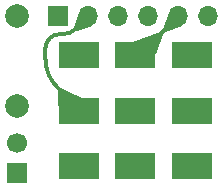
<source format=gbl>
%TF.GenerationSoftware,KiCad,Pcbnew,7.0.2*%
%TF.CreationDate,2023-07-27T03:17:02-04:00*%
%TF.ProjectId,switchy,73776974-6368-4792-9e6b-696361645f70,1.0*%
%TF.SameCoordinates,Original*%
%TF.FileFunction,Copper,L2,Bot*%
%TF.FilePolarity,Positive*%
%FSLAX46Y46*%
G04 Gerber Fmt 4.6, Leading zero omitted, Abs format (unit mm)*
G04 Created by KiCad (PCBNEW 7.0.2) date 2023-07-27 03:17:02*
%MOMM*%
%LPD*%
G01*
G04 APERTURE LIST*
%TA.AperFunction,ComponentPad*%
%ADD10C,1.700000*%
%TD*%
%TA.AperFunction,ComponentPad*%
%ADD11R,1.700000X1.700000*%
%TD*%
%TA.AperFunction,ComponentPad*%
%ADD12O,1.700000X1.700000*%
%TD*%
%TA.AperFunction,ComponentPad*%
%ADD13C,2.000000*%
%TD*%
%TA.AperFunction,ComponentPad*%
%ADD14R,3.500000X2.250000*%
%TD*%
%TA.AperFunction,Conductor*%
%ADD15C,0.350000*%
%TD*%
G04 APERTURE END LIST*
D10*
X140000000Y-102750000D03*
D11*
X140000000Y-105290000D03*
X143500000Y-92000000D03*
D12*
X146040000Y-92000000D03*
X148580000Y-92000000D03*
X151120000Y-92000000D03*
X153660000Y-92000000D03*
X156200000Y-92000000D03*
D13*
X140000000Y-99560000D03*
X140000000Y-91940000D03*
D14*
X145200000Y-95300000D03*
X145200000Y-100000000D03*
X145200000Y-104700000D03*
X150000000Y-95300000D03*
X150000000Y-100000000D03*
X150000000Y-104700000D03*
X154800000Y-95300000D03*
X154800000Y-100000000D03*
X154800000Y-104700000D03*
D15*
X150180000Y-95300000D02*
X150000000Y-95300000D01*
X150487279Y-95172720D02*
X153660000Y-92000000D01*
X150180000Y-95299987D02*
G75*
G03*
X150487279Y-95172720I0J434587D01*
G01*
X145049116Y-92990883D02*
X146040000Y-92000000D01*
X145129289Y-99729289D02*
X143389949Y-97989949D01*
X143594974Y-93500000D02*
X143820000Y-93500000D01*
X142400000Y-94694974D02*
X142400000Y-95600000D01*
X145200000Y-99900000D02*
X145200000Y-100000000D01*
X142400001Y-95600000D02*
G75*
G03*
X143389949Y-97989949I3379899J0D01*
G01*
X145200006Y-99900000D02*
G75*
G03*
X145129289Y-99729289I-241406J0D01*
G01*
X142750007Y-93850007D02*
G75*
G03*
X142400000Y-94694974I844993J-844993D01*
G01*
X143594974Y-93499990D02*
G75*
G03*
X142750000Y-93850000I26J-1195010D01*
G01*
X143820000Y-93500009D02*
G75*
G03*
X145049116Y-92990883I0J1738209D01*
G01*
%TA.AperFunction,Conductor*%
G36*
X145266436Y-91679565D02*
G01*
X146036316Y-91997557D01*
X146042654Y-92003883D01*
X146042664Y-92003906D01*
X146360509Y-92773740D01*
X146360498Y-92782695D01*
X146354159Y-92789020D01*
X146353432Y-92789292D01*
X145061926Y-93224725D01*
X145052992Y-93224121D01*
X145048723Y-93220515D01*
X144851536Y-92949118D01*
X144849445Y-92940411D01*
X144849859Y-92938672D01*
X145250829Y-91686809D01*
X145256615Y-91679978D01*
X145265539Y-91679238D01*
X145266436Y-91679565D01*
G37*
%TD.AperFunction*%
%TA.AperFunction,Conductor*%
G36*
X152885768Y-91679288D02*
G01*
X153656215Y-91997438D01*
X153662552Y-92003761D01*
X153662562Y-92003785D01*
X153980706Y-92774220D01*
X153980697Y-92783175D01*
X153974358Y-92789500D01*
X153974097Y-92789604D01*
X152588761Y-93323091D01*
X152579809Y-93322867D01*
X152576283Y-93320446D01*
X152339553Y-93083715D01*
X152336126Y-93075442D01*
X152336906Y-93071242D01*
X152870395Y-91685901D01*
X152876566Y-91679413D01*
X152885518Y-91679189D01*
X152885768Y-91679288D01*
G37*
%TD.AperFunction*%
%TA.AperFunction,Conductor*%
G36*
X152070303Y-93347089D02*
G01*
X152073633Y-93349421D01*
X152310571Y-93586360D01*
X152313998Y-93594633D01*
X152313288Y-93598647D01*
X151752543Y-95133761D01*
X151746485Y-95140357D01*
X151742618Y-95141398D01*
X150009882Y-95299739D01*
X150001331Y-95297080D01*
X149997321Y-95290259D01*
X149788652Y-94184760D01*
X149790485Y-94175998D01*
X149796143Y-94171601D01*
X152061359Y-93346700D01*
X152070303Y-93347089D01*
G37*
%TD.AperFunction*%
%TA.AperFunction,Conductor*%
G36*
X143698999Y-98047464D02*
G01*
X144241354Y-98291637D01*
X145527777Y-98870795D01*
X145533914Y-98877316D01*
X145534184Y-98884814D01*
X145203949Y-99989855D01*
X145198297Y-99996801D01*
X145189755Y-99997818D01*
X143458672Y-99541168D01*
X143451547Y-99535745D01*
X143449957Y-99529914D01*
X143444172Y-98296512D01*
X143447559Y-98288227D01*
X143685926Y-98049860D01*
X143694198Y-98046434D01*
X143698999Y-98047464D01*
G37*
%TD.AperFunction*%
M02*

</source>
